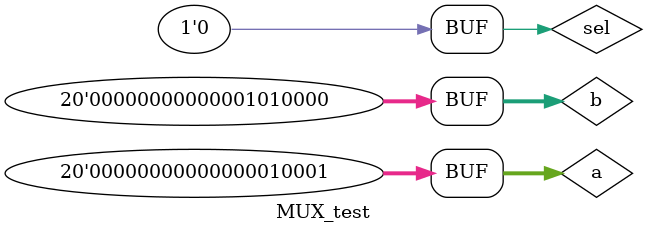
<source format=v>
`timescale 1ns / 1ps


module MUX_test;

	// Inputs
	reg [19:0] a;
	reg [19:0] b;
	reg sel;

	// Outputs
	wire [19:0] x;

	// Instantiate the Unit Under Test (UUT)
	MUX uut (
		.a(a), 
		.b(b), 
		.sel(sel), 
		.x(x)
	);

	initial begin
		// Initialize Inputs
		a = 4;
		b = 6;
		sel = 0;

		// Wait 100 ns for global reset to finish
		#100;
        
		// Add stimulus here
		
		a = 7;
		b = 24;
		sel = 1;
		#100;
		
		a = 45;
		b = 32;
		sel = 1;
		#100;
		
		a = 3;
		b = 4;
		sel = 0;
		#100;
		
		
		a = 10;
		b = 11;
		sel = 1;
		#100;
		
		
		a = 17;
		b = 80;
		sel = 0;
		#100;

	end
      
endmodule


</source>
